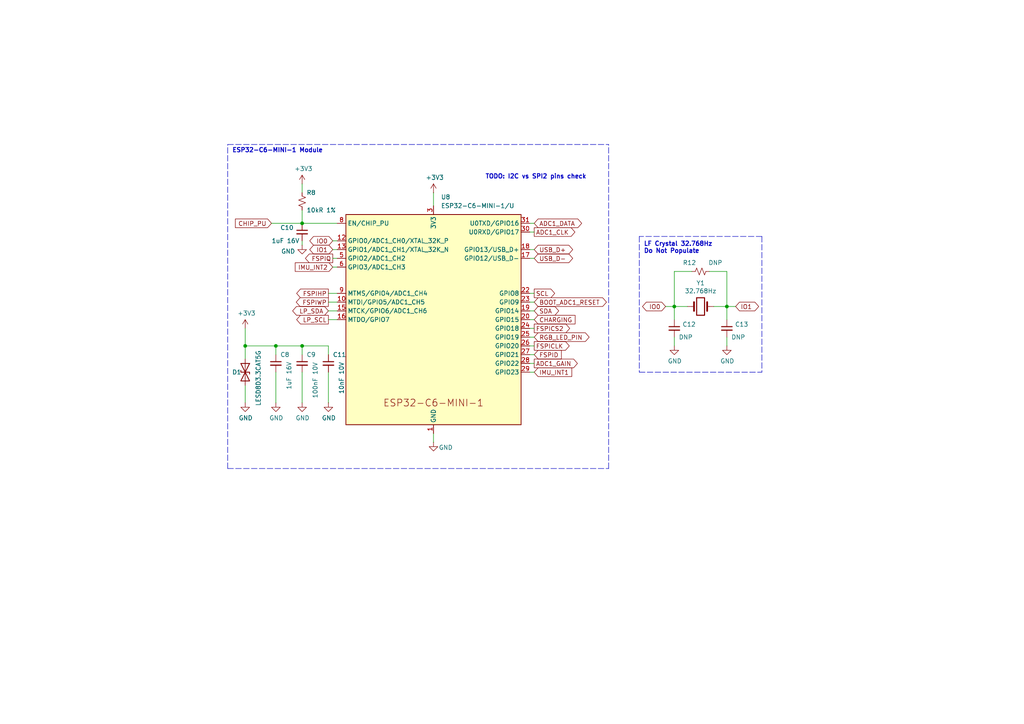
<source format=kicad_sch>
(kicad_sch (version 20250114) (generator "eeschema") (generator_version "9.0")
  (paper "A4")
  (lib_symbols
    (symbol "Device:C_Small" (pin_numbers (hide yes)) (pin_names (offset 0.254) (hide yes))
      (property "Reference" "C" (at 0.254 1.778 0))
      (property "Value" "C_Small" (at 0.254 -2.032 0))
      (symbol "C_Small_0_1"
        (polyline (pts (xy -1.524 0.508) (xy 1.524 0.508)) (stroke (width 0.3048)))
        (polyline (pts (xy -1.524 -0.508) (xy 1.524 -0.508)) (stroke (width 0.3302)))
      )
      (symbol "C_Small_1_1"
        (pin passive line (at 0 2.54 270) (length 2.032) (name "~") (number "1"))
        (pin passive line (at 0 -2.54 90) (length 2.032) (name "~") (number "2"))
      )
    )
    (symbol "Device:Crystal" (pin_numbers (hide yes)) (pin_names (offset 1.016) (hide yes))
      (property "Reference" "Y" (at 0 3.81 0))
      (property "Value" "Crystal" (at 0 -3.81 0))
      (symbol "Crystal_0_1"
        (polyline (pts (xy -2.54 0) (xy -1.905 0)))
        (polyline (pts (xy -1.905 -1.27) (xy -1.905 1.27)) (stroke (width 0.508)))
        (rectangle (start -1.143 2.54) (end 1.143 -2.54) (stroke (width 0.3048)))
        (polyline (pts (xy 1.905 -1.27) (xy 1.905 1.27)) (stroke (width 0.508)))
        (polyline (pts (xy 2.54 0) (xy 1.905 0)))
      )
      (symbol "Crystal_1_1"
        (pin passive line (at -3.81 0 0) (length 1.27) (name "1") (number "1"))
        (pin passive line (at 3.81 0 180) (length 1.27) (name "2") (number "2"))
      )
    )
    (symbol "Device:D_TVS" (pin_numbers (hide yes)) (pin_names (offset 1.016) (hide yes))
      (property "Reference" "D" (at 0 2.54 0))
      (property "Value" "D_TVS" (at 0 -2.54 0))
      (symbol "D_TVS_0_1"
        (polyline (pts (xy -2.54 1.27) (xy -2.54 -1.27) (xy 2.54 1.27) (xy 2.54 -1.27) (xy -2.54 1.27)) (stroke (width 0.254)))
        (polyline (pts (xy 0.508 1.27) (xy 0 1.27) (xy 0 -1.27) (xy -0.508 -1.27)) (stroke (width 0.254)))
        (polyline (pts (xy 1.27 0) (xy -1.27 0)))
      )
      (symbol "D_TVS_1_1"
        (pin passive line (at -3.81 0 0) (length 2.54) (name "A1") (number "1"))
        (pin passive line (at 3.81 0 180) (length 2.54) (name "A2") (number "2"))
      )
    )
    (symbol "Device:R_Small_US" (pin_numbers (hide yes)) (pin_names (offset 0.254) (hide yes))
      (property "Reference" "R" (at 0.762 0.508 0))
      (property "Value" "R_Small_US" (at 0.762 -1.016 0))
      (symbol "R_Small_US_1_1"
        (polyline (pts (xy 0 1.524) (xy 1.016 1.143) (xy 0 0.762) (xy -1.016 0.381) (xy 0 0)))
        (polyline (pts (xy 0 0) (xy 1.016 -0.381) (xy 0 -0.762) (xy -1.016 -1.143) (xy 0 -1.524)))
        (pin passive line (at 0 2.54 270) (length 1.016) (name "~") (number "1"))
        (pin passive line (at 0 -2.54 90) (length 1.016) (name "~") (number "2"))
      )
    )
    (symbol "PCM_Espressif:ESP32-C6-MINI-1/U"
      (property "Reference" "U" (at -25.4 35.56 0))
      (property "Value" "ESP32-C6-MINI-1/U" (at -25.4 33.02 0))
      (symbol "ESP32-C6-MINI-1/U_0_0"
        (text "ESP32-C6-MINI-1" (at 0 -24.13 0) (effects (font (size 2 2))))
      )
      (symbol "ESP32-C6-MINI-1/U_0_1"
        (rectangle (start -25.4 30.48) (end 25.4 -30.48) (stroke (width 0.254)) (fill (type background)))
      )
      (symbol "ESP32-C6-MINI-1/U_1_1"
        (pin input line (at -27.94 27.94 0) (length 2.54) (name "EN/CHIP_PU") (number "8"))
        (pin bidirectional line (at -27.94 22.86 0) (length 2.54) (name "GPIO0/ADC1_CH0/XTAL_32K_P") (number "12"))
        (pin bidirectional line (at -27.94 20.32 0) (length 2.54) (name "GPIO1/ADC1_CH1/XTAL_32K_N") (number "13"))
        (pin bidirectional line (at -27.94 17.78 0) (length 2.54) (name "GPIO2/ADC1_CH2") (number "5"))
        (pin bidirectional line (at -27.94 15.24 0) (length 2.54) (name "GPIO3/ADC1_CH3") (number "6"))
        (pin bidirectional line (at -27.94 7.62 0) (length 2.54) (name "MTMS/GPIO4/ADC1_CH4") (number "9"))
        (pin bidirectional line (at -27.94 5.08 0) (length 2.54) (name "MTDI/GPIO5/ADC1_CH5") (number "10"))
        (pin bidirectional line (at -27.94 2.54 0) (length 2.54) (name "MTCK/GPIO6/ADC1_CH6") (number "15"))
        (pin bidirectional line (at -27.94 0 0) (length 2.54) (name "MTDO/GPIO7") (number "16"))
        (pin no_connect line (at -25.4 -5.08 0) (length 2.54) (hide yes) (name "NC") (number "4"))
        (pin no_connect line (at -25.4 -7.62 0) (length 2.54) (hide yes) (name "NC") (number "7"))
        (pin no_connect line (at -25.4 -10.16 0) (length 2.54) (hide yes) (name "NC") (number "21"))
        (pin no_connect line (at -25.4 -12.7 0) (length 2.54) (hide yes) (name "NC") (number "32"))
        (pin no_connect line (at -25.4 -15.24 0) (length 2.54) (hide yes) (name "NC") (number "33"))
        (pin no_connect line (at -25.4 -17.78 0) (length 2.54) (hide yes) (name "NC") (number "34"))
        (pin no_connect line (at -25.4 -20.32 0) (length 2.54) (hide yes) (name "NC") (number "35"))
        (pin power_in line (at 0 33.02 270) (length 2.54) (name "3V3") (number "3"))
        (pin power_in line (at 0 -33.02 90) (length 2.54) (name "GND") (number "1"))
        (pin passive line (at 0 -33.02 90) (length 2.54) (hide yes) (name "GND") (number "11"))
        (pin passive line (at 0 -33.02 90) (length 2.54) (hide yes) (name "GND") (number "14"))
        (pin passive line (at 0 -33.02 90) (length 2.54) (hide yes) (name "GND") (number "2"))
        (pin passive line (at 0 -33.02 90) (length 2.54) (hide yes) (name "GND") (number "36"))
        (pin passive line (at 0 -33.02 90) (length 2.54) (hide yes) (name "GND") (number "37"))
        (pin passive line (at 0 -33.02 90) (length 2.54) (hide yes) (name "GND") (number "38"))
        (pin passive line (at 0 -33.02 90) (length 2.54) (hide yes) (name "GND") (number "39"))
        (pin passive line (at 0 -33.02 90) (length 2.54) (hide yes) (name "GND") (number "40"))
        (pin passive line (at 0 -33.02 90) (length 2.54) (hide yes) (name "GND") (number "41"))
        (pin passive line (at 0 -33.02 90) (length 2.54) (hide yes) (name "GND") (number "42"))
        (pin passive line (at 0 -33.02 90) (length 2.54) (hide yes) (name "GND") (number "43"))
        (pin passive line (at 0 -33.02 90) (length 2.54) (hide yes) (name "GND") (number "44"))
        (pin passive line (at 0 -33.02 90) (length 2.54) (hide yes) (name "GND") (number "45"))
        (pin passive line (at 0 -33.02 90) (length 2.54) (hide yes) (name "GND") (number "46"))
        (pin passive line (at 0 -33.02 90) (length 2.54) (hide yes) (name "GND") (number "47"))
        (pin passive line (at 0 -33.02 90) (length 2.54) (hide yes) (name "GND") (number "48"))
        (pin passive line (at 0 -33.02 90) (length 2.54) (hide yes) (name "GND") (number "49"))
        (pin passive line (at 0 -33.02 90) (length 2.54) (hide yes) (name "GND") (number "50"))
        (pin passive line (at 0 -33.02 90) (length 2.54) (hide yes) (name "GND") (number "51"))
        (pin passive line (at 0 -33.02 90) (length 2.54) (hide yes) (name "GND") (number "52"))
        (pin passive line (at 0 -33.02 90) (length 2.54) (hide yes) (name "GND") (number "53"))
        (pin bidirectional line (at 27.94 27.94 180) (length 2.54) (name "U0TXD/GPIO16") (number "31"))
        (pin bidirectional line (at 27.94 25.4 180) (length 2.54) (name "U0RXD/GPIO17") (number "30"))
        (pin bidirectional line (at 27.94 20.32 180) (length 2.54) (name "GPIO13/USB_D+") (number "18"))
        (pin bidirectional line (at 27.94 17.78 180) (length 2.54) (name "GPIO12/USB_D-") (number "17"))
        (pin bidirectional line (at 27.94 7.62 180) (length 2.54) (name "GPIO8") (number "22"))
        (pin bidirectional line (at 27.94 5.08 180) (length 2.54) (name "GPIO9") (number "23"))
        (pin bidirectional line (at 27.94 2.54 180) (length 2.54) (name "GPIO14") (number "19"))
        (pin bidirectional line (at 27.94 0 180) (length 2.54) (name "GPIO15") (number "20"))
        (pin bidirectional line (at 27.94 -2.54 180) (length 2.54) (name "GPIO18") (number "24"))
        (pin bidirectional line (at 27.94 -5.08 180) (length 2.54) (name "GPIO19") (number "25"))
        (pin bidirectional line (at 27.94 -7.62 180) (length 2.54) (name "GPIO20") (number "26"))
        (pin bidirectional line (at 27.94 -10.16 180) (length 2.54) (name "GPIO21") (number "27"))
        (pin bidirectional line (at 27.94 -12.7 180) (length 2.54) (name "GPIO22") (number "28"))
        (pin bidirectional line (at 27.94 -15.24 180) (length 2.54) (name "GPIO23") (number "29"))
      )
    )
    (symbol "power:+3V3" (power) (pin_numbers (hide yes)) (pin_names (offset 0) (hide yes))
      (property "Value" "+3V3" (at 0 3.556 0))
      (symbol "+3V3_0_1"
        (polyline (pts (xy -0.762 1.27) (xy 0 2.54)))
        (polyline (pts (xy 0 2.54) (xy 0.762 1.27)))
        (polyline (pts (xy 0 0) (xy 0 2.54)))
      )
      (symbol "+3V3_1_1"
        (pin power_in line (at 0 0 90) (length 0) (name "~") (number "1"))
      )
    )
    (symbol "power:GND" (power) (pin_numbers (hide yes)) (pin_names (offset 0) (hide yes))
      (property "Value" "GND" (at 0 -3.81 0))
      (symbol "GND_0_1"
        (polyline (pts (xy 0 0) (xy 0 -1.27) (xy 1.27 -1.27) (xy 0 -2.54) (xy -1.27 -1.27) (xy 0 -1.27)))
      )
      (symbol "GND_1_1"
        (pin power_in line (at 0 0 270) (length 0) (name "~") (number "1"))
      )
    )
  )
  (text "TODO: I2C vs SPI2 pins check" (at 140.716 52.07 0) (effects (font (size 1.27 1.27) (thickness 0.254) (bold yes)) (justify left bottom)))
  (text "LF Crystal 32.768Hz \nDo Not Populate" (at 186.69 73.66 0) (effects (font (size 1.27 1.27) (thickness 0.254) (bold yes)) (justify left bottom)))
  (text "ESP32-C6-MINI-1 Module" (at 67.31 44.45 0) (effects (font (size 1.27 1.27) (thickness 0.254) (bold yes)) (justify left bottom)))
  (junction (at 87.63 64.77))
  (junction (at 195.58 88.9))
  (junction (at 71.12 100.33))
  (junction (at 87.63 100.33))
  (junction (at 80.01 100.33))
  (junction (at 210.82 88.9))
  (wire (pts (xy 153.67 97.79) (xy 154.94 97.79)))
  (wire (pts (xy 96.52 77.47) (xy 97.79 77.47)))
  (wire (pts (xy 80.01 100.33) (xy 87.63 100.33)))
  (wire (pts (xy 195.58 97.79) (xy 195.58 100.33)))
  (wire (pts (xy 96.52 69.85) (xy 97.79 69.85)))
  (wire (pts (xy 71.12 111.76) (xy 71.12 116.84)))
  (wire (pts (xy 153.67 107.95) (xy 154.94 107.95)))
  (wire (pts (xy 154.94 74.93) (xy 153.67 74.93)))
  (wire (pts (xy 125.73 125.73) (xy 125.73 128.27)))
  (wire (pts (xy 153.67 100.33) (xy 154.94 100.33)))
  (wire (pts (xy 78.74 64.77) (xy 87.63 64.77)))
  (wire (pts (xy 87.63 100.33) (xy 87.63 102.87)))
  (wire (pts (xy 95.25 100.33) (xy 87.63 100.33)))
  (wire (pts (xy 210.82 97.79) (xy 210.82 100.33)))
  (wire (pts (xy 153.67 85.09) (xy 154.94 85.09)))
  (wire (pts (xy 80.01 100.33) (xy 71.12 100.33)))
  (wire (pts (xy 95.25 102.87) (xy 95.25 100.33)))
  (polyline (pts (xy 66.04 135.89) (xy 66.04 41.91)) (stroke (width 0) (type dash)))
  (wire (pts (xy 87.63 64.77) (xy 87.63 60.96)))
  (wire (pts (xy 153.67 87.63) (xy 154.94 87.63)))
  (wire (pts (xy 153.67 67.31) (xy 154.94 67.31)))
  (wire (pts (xy 205.74 78.74) (xy 210.82 78.74)))
  (wire (pts (xy 80.01 116.84) (xy 80.01 107.95)))
  (wire (pts (xy 95.25 90.17) (xy 97.79 90.17)))
  (wire (pts (xy 87.63 53.34) (xy 87.63 55.88)))
  (wire (pts (xy 71.12 100.33) (xy 71.12 104.14)))
  (wire (pts (xy 210.82 88.9) (xy 213.36 88.9)))
  (wire (pts (xy 153.67 64.77) (xy 154.94 64.77)))
  (wire (pts (xy 153.67 105.41) (xy 154.94 105.41)))
  (polyline (pts (xy 220.98 68.58) (xy 220.98 107.95)) (stroke (width 0) (type dash)))
  (wire (pts (xy 87.63 64.77) (xy 97.79 64.77)))
  (polyline (pts (xy 185.42 107.95) (xy 220.98 107.95)) (stroke (width 0) (type dash)))
  (wire (pts (xy 200.66 78.74) (xy 195.58 78.74)))
  (wire (pts (xy 96.52 72.39) (xy 97.79 72.39)))
  (wire (pts (xy 207.01 88.9) (xy 210.82 88.9)))
  (wire (pts (xy 95.25 87.63) (xy 97.79 87.63)))
  (wire (pts (xy 153.67 102.87) (xy 154.94 102.87)))
  (wire (pts (xy 210.82 88.9) (xy 210.82 92.71)))
  (wire (pts (xy 87.63 69.85) (xy 87.63 71.12)))
  (polyline (pts (xy 185.42 68.58) (xy 185.42 107.95)) (stroke (width 0) (type dash)))
  (wire (pts (xy 71.12 95.25) (xy 71.12 100.33)))
  (polyline (pts (xy 66.04 135.89) (xy 176.53 135.89)) (stroke (width 0) (type dash)))
  (wire (pts (xy 80.01 102.87) (xy 80.01 100.33)))
  (wire (pts (xy 195.58 88.9) (xy 195.58 92.71)))
  (wire (pts (xy 195.58 78.74) (xy 195.58 88.9)))
  (wire (pts (xy 154.94 72.39) (xy 153.67 72.39)))
  (wire (pts (xy 95.25 85.09) (xy 97.79 85.09)))
  (wire (pts (xy 95.25 107.95) (xy 95.25 116.84)))
  (wire (pts (xy 87.63 107.95) (xy 87.63 116.84)))
  (wire (pts (xy 95.25 92.71) (xy 97.79 92.71)))
  (polyline (pts (xy 66.04 41.91) (xy 176.53 41.91)) (stroke (width 0) (type dash)))
  (wire (pts (xy 125.73 55.88) (xy 125.73 59.69)))
  (wire (pts (xy 96.52 74.93) (xy 97.79 74.93)))
  (wire (pts (xy 153.67 92.71) (xy 154.94 92.71)))
  (polyline (pts (xy 176.53 135.89) (xy 176.53 41.91)) (stroke (width 0) (type dash)))
  (wire (pts (xy 153.67 90.17) (xy 154.94 90.17)))
  (wire (pts (xy 153.67 95.25) (xy 154.94 95.25)))
  (wire (pts (xy 199.39 88.9) (xy 195.58 88.9)))
  (wire (pts (xy 195.58 88.9) (xy 193.04 88.9)))
  (wire (pts (xy 210.82 78.74) (xy 210.82 88.9)))
  (polyline (pts (xy 220.98 68.58) (xy 185.42 68.58)) (stroke (width 0) (type dash)))
  (global_label "FSPICLK" (shape output) (at 154.94 100.33 0) (property "Intersheetrefs" "${INTERSHEET_REFS}" (effects (hide yes))))
  (global_label "SDA" (shape bidirectional) (at 154.94 90.17 0) (property "Intersheetrefs" "${INTERSHEET_REFS}" (effects (hide yes))))
  (global_label "FSPID" (shape input) (at 154.94 102.87 0) (property "Intersheetrefs" "${INTERSHEET_REFS}" (effects (hide yes))))
  (global_label "FSPIHP" (shape output) (at 95.25 85.09 180) (property "Intersheetrefs" "${INTERSHEET_REFS}" (effects (hide yes))))
  (global_label "ADC1_GAIN" (shape output) (at 154.94 105.41 0) (property "Intersheetrefs" "${INTERSHEET_REFS}" (effects (hide yes))))
  (global_label "IO0" (shape bidirectional) (at 193.04 88.9 180) (property "Intersheetrefs" "${INTERSHEET_REFS}" (effects (hide yes))))
  (global_label "IMU_INT1" (shape input) (at 154.94 107.95 0) (property "Intersheetrefs" "${INTERSHEET_REFS}" (effects (hide yes))))
  (global_label "IO1" (shape bidirectional) (at 213.36 88.9 0) (property "Intersheetrefs" "${INTERSHEET_REFS}" (effects (hide yes))))
  (global_label "ADC1_DATA" (shape bidirectional) (at 154.94 64.77 0) (property "Intersheetrefs" "${INTERSHEET_REFS}" (effects (hide yes))))
  (global_label "CHARGING" (shape input) (at 154.94 92.71 0) (property "Intersheetrefs" "${INTERSHEET_REFS}" (effects (hide yes))))
  (global_label "FSPIQ" (shape output) (at 96.52 74.93 180) (property "Intersheetrefs" "${INTERSHEET_REFS}" (effects (hide yes))))
  (global_label "ADC1_CLK" (shape output) (at 154.94 67.31 0) (property "Intersheetrefs" "${INTERSHEET_REFS}" (effects (hide yes))))
  (global_label "IO1" (shape bidirectional) (at 96.52 72.39 180) (property "Intersheetrefs" "${INTERSHEET_REFS}" (effects (hide yes))))
  (global_label "BOOT_ADC1_RESET" (shape bidirectional) (at 154.94 87.63 0) (property "Intersheetrefs" "${INTERSHEET_REFS}" (effects (hide yes))))
  (global_label "CHIP_PU" (shape input) (at 78.74 64.77 180) (property "Intersheetrefs" "${INTERSHEET_REFS}" (effects (hide yes))))
  (global_label "FSPICS2" (shape output) (at 154.94 95.25 0) (property "Intersheetrefs" "${INTERSHEET_REFS}" (effects (hide yes))))
  (global_label "RGB_LED_PIN" (shape bidirectional) (at 154.94 97.79 0) (property "Intersheetrefs" "${INTERSHEET_REFS}" (effects (hide yes))))
  (global_label "LP_SDA" (shape bidirectional) (at 95.25 90.17 180) (property "Intersheetrefs" "${INTERSHEET_REFS}" (effects (hide yes))))
  (global_label "LP_SCL" (shape output) (at 95.25 92.71 180) (property "Intersheetrefs" "${INTERSHEET_REFS}" (effects (hide yes))))
  (global_label "SCL" (shape output) (at 154.94 85.09 0) (property "Intersheetrefs" "${INTERSHEET_REFS}" (effects (hide yes))))
  (global_label "USB_D+" (shape bidirectional) (at 154.94 72.39 0) (property "Intersheetrefs" "${INTERSHEET_REFS}" (effects (hide yes))))
  (global_label "FSPIWP" (shape output) (at 95.25 87.63 180) (property "Intersheetrefs" "${INTERSHEET_REFS}" (effects (hide yes))))
  (global_label "IO0" (shape bidirectional) (at 96.52 69.85 180) (property "Intersheetrefs" "${INTERSHEET_REFS}" (effects (hide yes))))
  (global_label "IMU_INT2" (shape input) (at 96.52 77.47 180) (property "Intersheetrefs" "${INTERSHEET_REFS}" (effects (hide yes))))
  (global_label "USB_D-" (shape bidirectional) (at 154.94 74.93 0) (property "Intersheetrefs" "${INTERSHEET_REFS}" (effects (hide yes))))
  (symbol (lib_id "Device:C_Small") (at 95.25 105.41 0) (unit 1)
    (property "Reference" "C11" (at 96.52 102.87 0) (effects (justify left)))
    (property "Value" "10nF 10V" (at 99.06 114.3 90) (effects (justify left)))
    (property "Footprint" "Capacitor_SMD:C_0402_1005Metric" (effects (hide yes)))
    (property "LCSC" "C15195" (effects (hide yes)))
  )
  (symbol (lib_id "Device:C_Small") (at 87.63 105.41 0) (unit 1)
    (property "Reference" "C9" (at 88.9 102.87 0) (effects (justify left)))
    (property "Value" "100nF 10V" (at 91.44 115.57 90) (effects (justify left)))
    (property "Footprint" "Capacitor_SMD:C_0402_1005Metric" (effects (hide yes)))
    (property "LCSC" "C1525" (effects (hide yes)))
  )
  (symbol (lib_id "power:GND") (at 87.63 116.84 0) (unit 1)
    (property "Reference" "#PWR0105" (effects (hide yes)))
    (property "Value" "GND" (at 87.757 121.2342 0))
  )
  (symbol (lib_id "power:GND") (at 95.25 116.84 0) (unit 1)
    (property "Reference" "#PWR0125" (effects (hide yes)))
    (property "Value" "GND" (at 95.377 121.2342 0))
  )
  (symbol (lib_id "power:+3V3") (at 71.12 95.25 0) (unit 1)
    (property "Reference" "#PWR0126" (effects (hide yes)))
    (property "Value" "+3V3" (at 71.501 90.8558 0))
  )
  (symbol (lib_id "power:GND") (at 125.73 128.27 0) (unit 1)
    (property "Reference" "#PWR0127" (effects (hide yes)))
    (property "Value" "GND" (at 129.286 129.794 0))
  )
  (symbol (lib_id "Device:R_Small_US") (at 87.63 58.42 0) (unit 1)
    (property "Reference" "R8" (at 88.9 55.88 0) (effects (justify left)))
    (property "Value" "10kR 1%" (at 88.9 60.96 0) (effects (justify left)))
    (property "Footprint" "Resistor_SMD:R_0402_1005Metric" (effects (hide yes)))
    (property "LCSC" "C25744" (effects (hide yes)))
  )
  (symbol (lib_id "power:+3V3") (at 87.63 53.34 0) (unit 1)
    (property "Reference" "#PWR0139" (effects (hide yes)))
    (property "Value" "+3V3" (at 88.011 48.9458 0))
  )
  (symbol (lib_id "Device:C_Small") (at 87.63 67.31 0) (unit 1)
    (property "Reference" "C10" (at 81.28 66.04 0) (effects (justify left)))
    (property "Value" "1uF 16V" (at 78.74 69.85 0) (effects (justify left)))
    (property "Footprint" "Capacitor_SMD:C_0402_1005Metric" (effects (hide yes)))
    (property "LCSC" "C52923" (effects (hide yes)))
  )
  (symbol (lib_id "power:GND") (at 87.63 71.12 0) (unit 1)
    (property "Reference" "#PWR0128" (effects (hide yes)))
    (property "Value" "GND" (at 83.566 72.898 0))
  )
  (symbol (lib_id "Device:C_Small") (at 80.01 105.41 0) (unit 1)
    (property "Reference" "C8" (at 81.28 102.87 0) (effects (justify left)))
    (property "Value" "1uF 16V" (at 83.82 113.03 90) (effects (justify left)))
    (property "Footprint" "Capacitor_SMD:C_0402_1005Metric" (effects (hide yes)))
    (property "LCSC" "C52923" (effects (hide yes)))
  )
  (symbol (lib_id "power:GND") (at 80.01 116.84 0) (unit 1)
    (property "Reference" "#PWR0140" (effects (hide yes)))
    (property "Value" "GND" (at 80.137 121.2342 0))
  )
  (symbol (lib_id "Device:Crystal") (at 203.2 88.9 0) (unit 1) (in_bom no)
    (property "Reference" "Y1" (at 203.2 82.0928 0))
    (property "Value" "32.768Hz" (at 203.2 84.4042 0))
    (property "Footprint" "Crystal:Crystal_SMD_3215-2Pin_3.2x1.5mm" (effects (hide yes)))
  )
  (symbol (lib_id "Device:C_Small") (at 195.58 95.25 0) (unit 1) (in_bom no)
    (property "Reference" "C12" (at 197.9168 94.0816 0) (effects (justify left)))
    (property "Value" "DNP" (at 196.85 97.79 0) (effects (justify left)))
    (property "Footprint" "Capacitor_SMD:C_0402_1005Metric" (effects (hide yes)))
  )
  (symbol (lib_id "Device:C_Small") (at 210.82 95.25 0) (unit 1) (in_bom no)
    (property "Reference" "C13" (at 213.1568 94.0816 0) (effects (justify left)))
    (property "Value" "DNP" (at 212.09 97.79 0) (effects (justify left)))
    (property "Footprint" "Capacitor_SMD:C_0402_1005Metric" (effects (hide yes)))
  )
  (symbol (lib_id "Device:R_Small_US") (at 203.2 78.74 90) (unit 1) (in_bom no)
    (property "Reference" "R12" (at 201.93 76.2 90) (effects (justify left)))
    (property "Value" "DNP" (at 209.55 76.2 90) (effects (justify left)))
    (property "Footprint" "Resistor_SMD:R_0402_1005Metric" (effects (hide yes)))
  )
  (symbol (lib_id "power:GND") (at 195.58 100.33 0) (unit 1)
    (property "Reference" "#PWR0141" (effects (hide yes)))
    (property "Value" "GND" (at 195.707 104.7242 0))
  )
  (symbol (lib_id "power:GND") (at 210.82 100.33 0) (unit 1)
    (property "Reference" "#PWR0142" (effects (hide yes)))
    (property "Value" "GND" (at 210.947 104.7242 0))
  )
  (symbol (lib_id "Device:D_TVS") (at 71.12 107.95 270) (unit 1)
    (property "Reference" "D1" (at 67.31 107.95 90) (effects (justify left)))
    (property "Value" "LESD8D3.3CAT5G" (at 74.93 101.6 0) (effects (justify left)))
    (property "Footprint" "Diode_SMD:D_SOD-882" (effects (hide yes)))
    (property "LCSC" "C172409" (effects (hide yes)))
  )
  (symbol (lib_id "power:GND") (at 71.12 116.84 0) (unit 1)
    (property "Reference" "#PWR0144" (effects (hide yes)))
    (property "Value" "GND" (at 71.247 121.2342 0))
  )
  (symbol (lib_id "PCM_Espressif:ESP32-C6-MINI-1/U") (at 125.73 92.71 0) (unit 1)
    (property "Reference" "U8" (at 127.8733 57.15 0) (effects (justify left)))
    (property "Value" "ESP32-C6-MINI-1/U" (at 127.8733 59.69 0) (effects (justify left)))
    (property "Footprint" "PCM_Espressif:ESP32-C6-MINI-1" (effects (hide yes)))
    (property "Datasheet" "https://www.espressif.com/sites/default/files/documentation/esp32-c6-mini-1_datasheet_en.pdf" (effects (hide yes)))
    (property "Description" "ESP32-C6-MINI-1 is a module that supports 2.4 GHz Wi-Fi 6 (802.11 ax), Bluetooth® 5 (LE), Zigbee and Thread (802.15.4)" (effects (hide yes)))
  )
  (symbol (lib_id "power:+3V3") (at 125.73 55.88 0) (unit 1)
    (property "Reference" "#PWR0129" (effects (hide yes)))
    (property "Value" "+3V3" (at 126.111 51.4858 0))
  )
)
</source>
